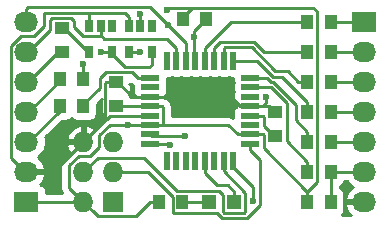
<source format=gbr>
G04 #@! TF.FileFunction,Copper,L1,Top,Signal*
%FSLAX46Y46*%
G04 Gerber Fmt 4.6, Leading zero omitted, Abs format (unit mm)*
G04 Created by KiCad (PCBNEW 4.0.2-stable) date 28.06.2016 22:29:11*
%MOMM*%
G01*
G04 APERTURE LIST*
%ADD10C,0.100000*%
%ADD11R,0.650000X1.060000*%
%ADD12R,1.600000X0.550000*%
%ADD13R,0.550000X1.600000*%
%ADD14R,1.250000X1.000000*%
%ADD15R,1.198880X1.198880*%
%ADD16R,1.727200X1.727200*%
%ADD17O,1.727200X1.727200*%
%ADD18R,2.032000X1.727200*%
%ADD19O,2.032000X1.727200*%
%ADD20R,1.000000X1.250000*%
%ADD21C,0.600000*%
%ADD22C,0.250000*%
%ADD23C,0.254000*%
G04 APERTURE END LIST*
D10*
D11*
X155382000Y-103210000D03*
X154432000Y-103210000D03*
X153482000Y-103210000D03*
X153482000Y-105410000D03*
X155382000Y-105410000D03*
D12*
X155229897Y-107595103D03*
X155229897Y-108395103D03*
X155229897Y-109195103D03*
X155229897Y-109995103D03*
X155229897Y-110795103D03*
X155229897Y-111595103D03*
X155229897Y-112395103D03*
X155229897Y-113195103D03*
D13*
X156679897Y-114645103D03*
X157479897Y-114645103D03*
X158279897Y-114645103D03*
X159079897Y-114645103D03*
X159879897Y-114645103D03*
X160679897Y-114645103D03*
X161479897Y-114645103D03*
X162279897Y-114645103D03*
D12*
X163729897Y-113195103D03*
X163729897Y-112395103D03*
X163729897Y-111595103D03*
X163729897Y-110795103D03*
X163729897Y-109995103D03*
X163729897Y-109195103D03*
X163729897Y-108395103D03*
X163729897Y-107595103D03*
D13*
X162279897Y-106145103D03*
X161479897Y-106145103D03*
X160679897Y-106145103D03*
X159879897Y-106145103D03*
X159079897Y-106145103D03*
X158279897Y-106145103D03*
X157479897Y-106145103D03*
X156679897Y-106145103D03*
D14*
X152400000Y-109966000D03*
X152400000Y-107966000D03*
X165862000Y-110506000D03*
X165862000Y-112506000D03*
D15*
X160274000Y-118110000D03*
X162372040Y-118110000D03*
D16*
X152146000Y-118110000D03*
D17*
X149606000Y-118110000D03*
X152146000Y-115570000D03*
X149606000Y-115570000D03*
X152146000Y-113030000D03*
X149606000Y-113030000D03*
D18*
X173355000Y-102870000D03*
D19*
X173355000Y-105410000D03*
X173355000Y-107950000D03*
X173355000Y-110490000D03*
X173355000Y-113030000D03*
X173355000Y-115570000D03*
X173355000Y-118110000D03*
D18*
X144780000Y-118110000D03*
D19*
X144780000Y-115570000D03*
X144780000Y-113030000D03*
X144780000Y-110490000D03*
X144780000Y-107950000D03*
X144780000Y-105410000D03*
X144780000Y-102870000D03*
D20*
X147590000Y-109982000D03*
X149590000Y-109982000D03*
X155972000Y-118110000D03*
X157972000Y-118110000D03*
X170545000Y-102870000D03*
X168545000Y-102870000D03*
X170545000Y-105410000D03*
X168545000Y-105410000D03*
X170545000Y-107950000D03*
X168545000Y-107950000D03*
X170545000Y-110490000D03*
X168545000Y-110490000D03*
X170545000Y-113030000D03*
X168545000Y-113030000D03*
X170545000Y-115570000D03*
X168545000Y-115570000D03*
X158004000Y-102616000D03*
X160004000Y-102616000D03*
X168545000Y-118110000D03*
X170545000Y-118110000D03*
D11*
X152014000Y-103210000D03*
X151064000Y-103210000D03*
X150114000Y-103210000D03*
X150114000Y-105410000D03*
X152014000Y-105410000D03*
D14*
X147828000Y-103394000D03*
X147828000Y-105394000D03*
D20*
X149590000Y-107696000D03*
X147590000Y-107696000D03*
D21*
X151130000Y-105410000D03*
X156718000Y-101854000D03*
X153416000Y-111595103D03*
X165100000Y-109220000D03*
X158242000Y-112522000D03*
X156972000Y-113284000D03*
X163921483Y-118008365D03*
X159004000Y-104140000D03*
X154432000Y-105410000D03*
X156736002Y-103124000D03*
X154403501Y-102225020D03*
X149606000Y-106426000D03*
D22*
X144780000Y-113030000D02*
X144932400Y-113030000D01*
X144932400Y-113030000D02*
X147590000Y-110372400D01*
X147590000Y-110372400D02*
X147590000Y-109982000D01*
X155229897Y-107595103D02*
X154179897Y-107595103D01*
X154179897Y-107595103D02*
X153725793Y-107140999D01*
X153725793Y-107140999D02*
X151514999Y-107140999D01*
X151514999Y-107140999D02*
X150999988Y-107656010D01*
X150999988Y-107656010D02*
X150999988Y-108447012D01*
X150999988Y-108447012D02*
X149590000Y-109857000D01*
X149590000Y-109857000D02*
X149590000Y-109982000D01*
X152014000Y-105410000D02*
X152014000Y-105615000D01*
X152014000Y-105615000D02*
X153079000Y-106680000D01*
X155382000Y-106492000D02*
X155382000Y-105410000D01*
X153079000Y-106680000D02*
X155194000Y-106680000D01*
X155194000Y-106680000D02*
X155382000Y-106492000D01*
X155229897Y-109995103D02*
X153558103Y-109995103D01*
X153558103Y-109995103D02*
X153529000Y-109966000D01*
X153529000Y-109966000D02*
X152400000Y-109966000D01*
X151130000Y-105410000D02*
X152014000Y-105410000D01*
X149606000Y-118110000D02*
X148417399Y-116921399D01*
X150957399Y-112459471D02*
X151821767Y-111595103D01*
X148417399Y-116921399D02*
X148417399Y-114999471D01*
X151821767Y-111595103D02*
X152991736Y-111595103D01*
X148417399Y-114999471D02*
X149198269Y-114218601D01*
X149198269Y-114218601D02*
X150176529Y-114218601D01*
X150176529Y-114218601D02*
X150957399Y-113437731D01*
X152991736Y-111595103D02*
X153416000Y-111595103D01*
X150957399Y-113437731D02*
X150957399Y-112459471D01*
X158829001Y-101665999D02*
X156906001Y-101665999D01*
X156906001Y-101665999D02*
X156718000Y-101854000D01*
X155229897Y-111595103D02*
X153416000Y-111595103D01*
X168545000Y-118110000D02*
X168545000Y-117235000D01*
X168545000Y-117235000D02*
X169370001Y-116409999D01*
X169370001Y-116409999D02*
X169370001Y-101984999D01*
X169370001Y-101984999D02*
X169051001Y-101665999D01*
X169051001Y-101665999D02*
X158829001Y-101665999D01*
X158829001Y-101665999D02*
X158004000Y-102491000D01*
X158004000Y-102491000D02*
X158004000Y-102616000D01*
X159258000Y-111595103D02*
X156279897Y-111595103D01*
X161879897Y-111595103D02*
X159258000Y-111595103D01*
X163729897Y-112395103D02*
X162679897Y-112395103D01*
X162679897Y-112395103D02*
X161879897Y-111595103D01*
X156279897Y-111595103D02*
X155229897Y-111595103D01*
X168545000Y-117235000D02*
X164854898Y-113544898D01*
X164854898Y-113544898D02*
X164854898Y-112470104D01*
X164854898Y-112470104D02*
X164779897Y-112395103D01*
X164779897Y-112395103D02*
X163729897Y-112395103D01*
X144780000Y-118110000D02*
X149606000Y-118110000D01*
X155229897Y-109995103D02*
X156279897Y-109995103D01*
X156279897Y-109995103D02*
X156354898Y-110070104D01*
X156354898Y-110070104D02*
X156354898Y-111520102D01*
X156354898Y-111520102D02*
X156279897Y-111595103D01*
X155972000Y-118110000D02*
X155222000Y-118110000D01*
X155222000Y-118110000D02*
X154033399Y-119298601D01*
X150469599Y-118973599D02*
X149606000Y-118110000D01*
X154033399Y-119298601D02*
X150794601Y-119298601D01*
X150794601Y-119298601D02*
X150469599Y-118973599D01*
X155229897Y-109195103D02*
X153754103Y-109195103D01*
X153754103Y-109195103D02*
X152525000Y-107966000D01*
X152525000Y-107966000D02*
X152400000Y-107966000D01*
X149606000Y-113030000D02*
X151449999Y-111186001D01*
X151449999Y-111186001D02*
X151449999Y-108041001D01*
X151449999Y-108041001D02*
X151525000Y-107966000D01*
X151525000Y-107966000D02*
X152400000Y-107966000D01*
X153482000Y-102430000D02*
X153482000Y-103210000D01*
X146304000Y-102108000D02*
X150114000Y-102108000D01*
X150114000Y-102108000D02*
X153160000Y-102108000D01*
X150114000Y-103210000D02*
X150114000Y-102430000D01*
X150114000Y-102430000D02*
X150114000Y-102108000D01*
X153160000Y-102108000D02*
X153482000Y-102430000D01*
X146304000Y-103207998D02*
X146304000Y-102108000D01*
X144298042Y-104058610D02*
X145453388Y-104058610D01*
X145453388Y-104058610D02*
X146304000Y-103207998D01*
X143438990Y-104917662D02*
X144298042Y-104058610D01*
X143438990Y-114381390D02*
X143438990Y-104917662D01*
X144780000Y-115570000D02*
X144627600Y-115570000D01*
X144627600Y-115570000D02*
X143438990Y-114381390D01*
X149606000Y-113030000D02*
X147066000Y-115570000D01*
X147066000Y-115570000D02*
X144780000Y-115570000D01*
X165100000Y-109220000D02*
X165100000Y-109675000D01*
X165100000Y-109675000D02*
X164779897Y-109995103D01*
X164779897Y-109995103D02*
X163729897Y-109995103D01*
X158750000Y-109195103D02*
X159258000Y-109195103D01*
X155229897Y-109195103D02*
X158750000Y-109195103D01*
X159258000Y-109195103D02*
X162069895Y-109195103D01*
X165862000Y-110506000D02*
X165351103Y-109995103D01*
X165351103Y-109995103D02*
X163729897Y-109995103D01*
X162069895Y-109195103D02*
X162869895Y-109995103D01*
X162869895Y-109995103D02*
X163729897Y-109995103D01*
X154179897Y-110795103D02*
X155229897Y-110795103D01*
X149606000Y-113030000D02*
X151840897Y-110795103D01*
X151840897Y-110795103D02*
X155229897Y-110795103D01*
X158242000Y-112522000D02*
X155356794Y-112522000D01*
X155356794Y-112522000D02*
X155229897Y-112395103D01*
X165862000Y-112506000D02*
X165737000Y-112506000D01*
X165737000Y-112506000D02*
X164911999Y-111680999D01*
X164911999Y-111680999D02*
X164911999Y-110927205D01*
X164911999Y-110927205D02*
X164779897Y-110795103D01*
X164779897Y-110795103D02*
X163729897Y-110795103D01*
X155229897Y-113195103D02*
X156883103Y-113195103D01*
X156883103Y-113195103D02*
X156972000Y-113284000D01*
X160274000Y-118110000D02*
X157972000Y-118110000D01*
X161821468Y-116709988D02*
X162372040Y-117260560D01*
X160894782Y-116709988D02*
X161821468Y-116709988D01*
X159879897Y-114645103D02*
X159879897Y-115695103D01*
X162372040Y-117260560D02*
X162372040Y-118110000D01*
X159879897Y-115695103D02*
X160894782Y-116709988D01*
X149606000Y-115570000D02*
X150794601Y-114381399D01*
X163231481Y-119034441D02*
X163296481Y-118969441D01*
X154756191Y-114381399D02*
X157534791Y-117159999D01*
X161479897Y-115505105D02*
X161479897Y-114645103D01*
X163296481Y-117321689D02*
X161479897Y-115505105D01*
X161447599Y-117499717D02*
X161447599Y-118969441D01*
X150794601Y-114381399D02*
X154756191Y-114381399D01*
X157534791Y-117159999D02*
X161107881Y-117159999D01*
X161107881Y-117159999D02*
X161447599Y-117499717D01*
X161447599Y-118969441D02*
X161512599Y-119034441D01*
X161512599Y-119034441D02*
X163231481Y-119034441D01*
X163296481Y-118969441D02*
X163296481Y-117321689D01*
X163921483Y-117584101D02*
X163921483Y-118008365D01*
X162279897Y-115170103D02*
X163921483Y-116811689D01*
X162279897Y-114645103D02*
X162279897Y-115170103D01*
X163921483Y-116811689D02*
X163921483Y-117584101D01*
X164546503Y-114536709D02*
X163729897Y-113720103D01*
X163417881Y-119484452D02*
X164546503Y-118355830D01*
X164546503Y-118355830D02*
X164546503Y-114536709D01*
X163729897Y-113720103D02*
X163729897Y-113195103D01*
X157146999Y-117651409D02*
X157146999Y-118995001D01*
X157211999Y-119060001D02*
X160901748Y-119060001D01*
X157146999Y-118995001D02*
X157211999Y-119060001D01*
X160901748Y-119060001D02*
X161326199Y-119484452D01*
X155065590Y-115570000D02*
X157146999Y-117651409D01*
X152146000Y-115570000D02*
X155065590Y-115570000D01*
X161326199Y-119484452D02*
X163417881Y-119484452D01*
X166812001Y-112962001D02*
X166812001Y-109745999D01*
X168545000Y-115570000D02*
X168545000Y-114695000D01*
X168545000Y-114695000D02*
X166812001Y-112962001D01*
X165461105Y-108395103D02*
X164779897Y-108395103D01*
X166812001Y-109745999D02*
X165461105Y-108395103D01*
X164779897Y-108395103D02*
X163729897Y-108395103D01*
X168545000Y-113030000D02*
X168545000Y-112155000D01*
X165477503Y-107945092D02*
X165127514Y-107595103D01*
X165127514Y-107595103D02*
X164779897Y-107595103D01*
X165647505Y-107945092D02*
X165477503Y-107945092D01*
X167582011Y-109879598D02*
X165647505Y-107945092D01*
X168545000Y-112155000D02*
X167582011Y-111192011D01*
X167582011Y-111192011D02*
X167582011Y-109879598D01*
X164779897Y-107595103D02*
X163729897Y-107595103D01*
X165675081Y-107495081D02*
X164325103Y-106145103D01*
X162804897Y-106145103D02*
X162279897Y-106145103D01*
X168545000Y-109615000D02*
X166425081Y-107495081D01*
X164325103Y-106145103D02*
X162804897Y-106145103D01*
X166425081Y-107495081D02*
X165675081Y-107495081D01*
X168545000Y-110490000D02*
X168545000Y-109615000D01*
X165861480Y-107045070D02*
X163836512Y-105020102D01*
X166890070Y-107045070D02*
X165861480Y-107045070D01*
X167795000Y-107950000D02*
X166890070Y-107045070D01*
X168545000Y-107950000D02*
X167795000Y-107950000D01*
X161479897Y-105095103D02*
X161479897Y-106145103D01*
X161554898Y-105020102D02*
X161479897Y-105095103D01*
X163836512Y-105020102D02*
X161554898Y-105020102D01*
X164022912Y-104570091D02*
X161204909Y-104570091D01*
X164862821Y-105410000D02*
X164022912Y-104570091D01*
X168545000Y-105410000D02*
X164862821Y-105410000D01*
X161204909Y-104570091D02*
X160679897Y-105095103D01*
X160679897Y-105095103D02*
X160679897Y-106145103D01*
X168545000Y-102870000D02*
X162105000Y-102870000D01*
X162105000Y-102870000D02*
X159879897Y-105095103D01*
X159879897Y-105095103D02*
X159879897Y-106145103D01*
X159004000Y-104140000D02*
X159004000Y-103616000D01*
X159004000Y-103616000D02*
X160004000Y-102616000D01*
X159004000Y-104140000D02*
X159004000Y-106069206D01*
X159004000Y-106069206D02*
X159079897Y-106145103D01*
X154432000Y-105410000D02*
X153482000Y-105410000D01*
X156736002Y-103124000D02*
X155212002Y-101600000D01*
X158279897Y-104667895D02*
X156736002Y-103124000D01*
X155212002Y-101600000D02*
X144936400Y-101600000D01*
X144936400Y-101600000D02*
X144780000Y-101756400D01*
X158279897Y-106145103D02*
X158279897Y-104667895D01*
X144780000Y-101756400D02*
X144780000Y-102870000D01*
X146812000Y-102699998D02*
X146812000Y-103530400D01*
X146812000Y-103530400D02*
X144932400Y-105410000D01*
X144932400Y-105410000D02*
X144780000Y-105410000D01*
X151064000Y-103990000D02*
X150988999Y-104065001D01*
X146942999Y-102568999D02*
X146812000Y-102699998D01*
X150988999Y-104065001D02*
X149528999Y-104065001D01*
X149528999Y-104065001D02*
X148778001Y-103314003D01*
X148778001Y-103314003D02*
X148778001Y-102757000D01*
X148778001Y-102757000D02*
X148590000Y-102568999D01*
X148590000Y-102568999D02*
X146942999Y-102568999D01*
X151370400Y-104296400D02*
X151064000Y-103990000D01*
X156681194Y-104296400D02*
X151370400Y-104296400D01*
X157479897Y-105095103D02*
X156681194Y-104296400D01*
X157479897Y-106145103D02*
X157479897Y-105095103D01*
X151064000Y-103990000D02*
X151064000Y-103210000D01*
X173355000Y-102870000D02*
X170545000Y-102870000D01*
X173355000Y-105410000D02*
X170545000Y-105410000D01*
X173355000Y-107950000D02*
X170545000Y-107950000D01*
X173355000Y-110490000D02*
X170545000Y-110490000D01*
X173355000Y-113030000D02*
X170545000Y-113030000D01*
X170545000Y-115570000D02*
X170545000Y-118110000D01*
X173355000Y-115570000D02*
X170545000Y-115570000D01*
X147590000Y-107696000D02*
X147590000Y-107832400D01*
X147590000Y-107832400D02*
X144932400Y-110490000D01*
X144932400Y-110490000D02*
X144780000Y-110490000D01*
X147828000Y-105394000D02*
X147488400Y-105394000D01*
X147488400Y-105394000D02*
X144932400Y-107950000D01*
X144932400Y-107950000D02*
X144780000Y-107950000D01*
X145051000Y-107950000D02*
X144780000Y-107950000D01*
X147828000Y-103394000D02*
X147953000Y-103394000D01*
X147953000Y-103394000D02*
X149969000Y-105410000D01*
X149969000Y-105410000D02*
X150114000Y-105410000D01*
X154432000Y-102253519D02*
X154403501Y-102225020D01*
X154432000Y-103210000D02*
X154432000Y-102253519D01*
X149606000Y-106426000D02*
X149606000Y-107680000D01*
X149606000Y-107680000D02*
X149590000Y-107696000D01*
D23*
G36*
X172110585Y-116629670D02*
X172420069Y-116836461D01*
X172004268Y-117207964D01*
X171750291Y-117735209D01*
X171747642Y-117750974D01*
X171868783Y-117983000D01*
X173228000Y-117983000D01*
X173228000Y-117963000D01*
X173482000Y-117963000D01*
X173482000Y-117983000D01*
X173502000Y-117983000D01*
X173502000Y-118237000D01*
X173482000Y-118237000D01*
X173482000Y-118257000D01*
X173228000Y-118257000D01*
X173228000Y-118237000D01*
X171868783Y-118237000D01*
X171747642Y-118469026D01*
X171750291Y-118484791D01*
X172004268Y-119012036D01*
X172218003Y-119203000D01*
X171490365Y-119203000D01*
X171496441Y-119199090D01*
X171641431Y-118986890D01*
X171692440Y-118735000D01*
X171692440Y-117485000D01*
X171648162Y-117249683D01*
X171509090Y-117033559D01*
X171305000Y-116894110D01*
X171305000Y-116782279D01*
X171496441Y-116659090D01*
X171641431Y-116446890D01*
X171665102Y-116330000D01*
X171910352Y-116330000D01*
X172110585Y-116629670D01*
X172110585Y-116629670D01*
G37*
X172110585Y-116629670D02*
X172420069Y-116836461D01*
X172004268Y-117207964D01*
X171750291Y-117735209D01*
X171747642Y-117750974D01*
X171868783Y-117983000D01*
X173228000Y-117983000D01*
X173228000Y-117963000D01*
X173482000Y-117963000D01*
X173482000Y-117983000D01*
X173502000Y-117983000D01*
X173502000Y-118237000D01*
X173482000Y-118237000D01*
X173482000Y-118257000D01*
X173228000Y-118257000D01*
X173228000Y-118237000D01*
X171868783Y-118237000D01*
X171747642Y-118469026D01*
X171750291Y-118484791D01*
X172004268Y-119012036D01*
X172218003Y-119203000D01*
X171490365Y-119203000D01*
X171496441Y-119199090D01*
X171641431Y-118986890D01*
X171692440Y-118735000D01*
X171692440Y-117485000D01*
X171648162Y-117249683D01*
X171509090Y-117033559D01*
X171305000Y-116894110D01*
X171305000Y-116782279D01*
X171496441Y-116659090D01*
X171641431Y-116446890D01*
X171665102Y-116330000D01*
X171910352Y-116330000D01*
X172110585Y-116629670D01*
G36*
X151127560Y-109466000D02*
X151127560Y-110466000D01*
X151171838Y-110701317D01*
X151310910Y-110917441D01*
X151401572Y-110979388D01*
X151284366Y-111057702D01*
X150506133Y-111835935D01*
X150494490Y-111823179D01*
X149965027Y-111575032D01*
X149733000Y-111695531D01*
X149733000Y-112903000D01*
X149753000Y-112903000D01*
X149753000Y-113157000D01*
X149733000Y-113157000D01*
X149733000Y-113177000D01*
X149479000Y-113177000D01*
X149479000Y-113157000D01*
X148272183Y-113157000D01*
X148151042Y-113389026D01*
X148323312Y-113804947D01*
X148425341Y-113916727D01*
X147879998Y-114462070D01*
X147715251Y-114708632D01*
X147657399Y-114999471D01*
X147657399Y-116921399D01*
X147715251Y-117212238D01*
X147807300Y-117350000D01*
X146443440Y-117350000D01*
X146443440Y-117246400D01*
X146399162Y-117011083D01*
X146260090Y-116794959D01*
X146047890Y-116649969D01*
X145953073Y-116630768D01*
X146130732Y-116472036D01*
X146384709Y-115944791D01*
X146387358Y-115929026D01*
X146266217Y-115697000D01*
X144907000Y-115697000D01*
X144907000Y-115717000D01*
X144653000Y-115717000D01*
X144653000Y-115697000D01*
X144633000Y-115697000D01*
X144633000Y-115443000D01*
X144653000Y-115443000D01*
X144653000Y-115423000D01*
X144907000Y-115423000D01*
X144907000Y-115443000D01*
X146266217Y-115443000D01*
X146387358Y-115210974D01*
X146384709Y-115195209D01*
X146130732Y-114667964D01*
X145714931Y-114296461D01*
X146024415Y-114089670D01*
X146349271Y-113603489D01*
X146463345Y-113030000D01*
X146391931Y-112670974D01*
X148151042Y-112670974D01*
X148272183Y-112903000D01*
X149479000Y-112903000D01*
X149479000Y-111695531D01*
X149246973Y-111575032D01*
X148717510Y-111823179D01*
X148323312Y-112255053D01*
X148151042Y-112670974D01*
X146391931Y-112670974D01*
X146387666Y-112649536D01*
X147782762Y-111254440D01*
X148090000Y-111254440D01*
X148325317Y-111210162D01*
X148541441Y-111071090D01*
X148589134Y-111001289D01*
X148625910Y-111058441D01*
X148838110Y-111203431D01*
X149090000Y-111254440D01*
X150090000Y-111254440D01*
X150325317Y-111210162D01*
X150541441Y-111071090D01*
X150686431Y-110858890D01*
X150737440Y-110607000D01*
X150737440Y-109784362D01*
X151145781Y-109376021D01*
X151127560Y-109466000D01*
X151127560Y-109466000D01*
G37*
X151127560Y-109466000D02*
X151127560Y-110466000D01*
X151171838Y-110701317D01*
X151310910Y-110917441D01*
X151401572Y-110979388D01*
X151284366Y-111057702D01*
X150506133Y-111835935D01*
X150494490Y-111823179D01*
X149965027Y-111575032D01*
X149733000Y-111695531D01*
X149733000Y-112903000D01*
X149753000Y-112903000D01*
X149753000Y-113157000D01*
X149733000Y-113157000D01*
X149733000Y-113177000D01*
X149479000Y-113177000D01*
X149479000Y-113157000D01*
X148272183Y-113157000D01*
X148151042Y-113389026D01*
X148323312Y-113804947D01*
X148425341Y-113916727D01*
X147879998Y-114462070D01*
X147715251Y-114708632D01*
X147657399Y-114999471D01*
X147657399Y-116921399D01*
X147715251Y-117212238D01*
X147807300Y-117350000D01*
X146443440Y-117350000D01*
X146443440Y-117246400D01*
X146399162Y-117011083D01*
X146260090Y-116794959D01*
X146047890Y-116649969D01*
X145953073Y-116630768D01*
X146130732Y-116472036D01*
X146384709Y-115944791D01*
X146387358Y-115929026D01*
X146266217Y-115697000D01*
X144907000Y-115697000D01*
X144907000Y-115717000D01*
X144653000Y-115717000D01*
X144653000Y-115697000D01*
X144633000Y-115697000D01*
X144633000Y-115443000D01*
X144653000Y-115443000D01*
X144653000Y-115423000D01*
X144907000Y-115423000D01*
X144907000Y-115443000D01*
X146266217Y-115443000D01*
X146387358Y-115210974D01*
X146384709Y-115195209D01*
X146130732Y-114667964D01*
X145714931Y-114296461D01*
X146024415Y-114089670D01*
X146349271Y-113603489D01*
X146463345Y-113030000D01*
X146391931Y-112670974D01*
X148151042Y-112670974D01*
X148272183Y-112903000D01*
X149479000Y-112903000D01*
X149479000Y-111695531D01*
X149246973Y-111575032D01*
X148717510Y-111823179D01*
X148323312Y-112255053D01*
X148151042Y-112670974D01*
X146391931Y-112670974D01*
X146387666Y-112649536D01*
X147782762Y-111254440D01*
X148090000Y-111254440D01*
X148325317Y-111210162D01*
X148541441Y-111071090D01*
X148589134Y-111001289D01*
X148625910Y-111058441D01*
X148838110Y-111203431D01*
X149090000Y-111254440D01*
X150090000Y-111254440D01*
X150325317Y-111210162D01*
X150541441Y-111071090D01*
X150686431Y-110858890D01*
X150737440Y-110607000D01*
X150737440Y-109784362D01*
X151145781Y-109376021D01*
X151127560Y-109466000D01*
G36*
X162004897Y-107592543D02*
X162282457Y-107592543D01*
X162282457Y-107870103D01*
X162306841Y-107999692D01*
X162282457Y-108120103D01*
X162282457Y-108670103D01*
X162306841Y-108799692D01*
X162282457Y-108920103D01*
X162282457Y-109470103D01*
X162302347Y-109575808D01*
X162294897Y-109593793D01*
X162294897Y-109709353D01*
X162391298Y-109805754D01*
X162465807Y-109921544D01*
X162573294Y-109994987D01*
X162478456Y-110056013D01*
X162389402Y-110186348D01*
X162294897Y-110280853D01*
X162294897Y-110396413D01*
X162303365Y-110416856D01*
X162282457Y-110520103D01*
X162282457Y-110967604D01*
X162170736Y-110892955D01*
X161879897Y-110835103D01*
X157114898Y-110835103D01*
X157114898Y-110070104D01*
X157057046Y-109779265D01*
X157057046Y-109779264D01*
X156892299Y-109532703D01*
X156817298Y-109457702D01*
X156570736Y-109292955D01*
X156500648Y-109279014D01*
X156493987Y-109268662D01*
X156386500Y-109195219D01*
X156481338Y-109134193D01*
X156570392Y-109003858D01*
X156664897Y-108909353D01*
X156664897Y-108793793D01*
X156656429Y-108773350D01*
X156677337Y-108670103D01*
X156677337Y-108120103D01*
X156652953Y-107990514D01*
X156677337Y-107870103D01*
X156677337Y-107592543D01*
X156954897Y-107592543D01*
X157084486Y-107568159D01*
X157204897Y-107592543D01*
X157754897Y-107592543D01*
X157884486Y-107568159D01*
X158004897Y-107592543D01*
X158554897Y-107592543D01*
X158684486Y-107568159D01*
X158804897Y-107592543D01*
X159354897Y-107592543D01*
X159484486Y-107568159D01*
X159604897Y-107592543D01*
X160154897Y-107592543D01*
X160284486Y-107568159D01*
X160404897Y-107592543D01*
X160954897Y-107592543D01*
X161084486Y-107568159D01*
X161204897Y-107592543D01*
X161754897Y-107592543D01*
X161884486Y-107568159D01*
X162004897Y-107592543D01*
X162004897Y-107592543D01*
G37*
X162004897Y-107592543D02*
X162282457Y-107592543D01*
X162282457Y-107870103D01*
X162306841Y-107999692D01*
X162282457Y-108120103D01*
X162282457Y-108670103D01*
X162306841Y-108799692D01*
X162282457Y-108920103D01*
X162282457Y-109470103D01*
X162302347Y-109575808D01*
X162294897Y-109593793D01*
X162294897Y-109709353D01*
X162391298Y-109805754D01*
X162465807Y-109921544D01*
X162573294Y-109994987D01*
X162478456Y-110056013D01*
X162389402Y-110186348D01*
X162294897Y-110280853D01*
X162294897Y-110396413D01*
X162303365Y-110416856D01*
X162282457Y-110520103D01*
X162282457Y-110967604D01*
X162170736Y-110892955D01*
X161879897Y-110835103D01*
X157114898Y-110835103D01*
X157114898Y-110070104D01*
X157057046Y-109779265D01*
X157057046Y-109779264D01*
X156892299Y-109532703D01*
X156817298Y-109457702D01*
X156570736Y-109292955D01*
X156500648Y-109279014D01*
X156493987Y-109268662D01*
X156386500Y-109195219D01*
X156481338Y-109134193D01*
X156570392Y-109003858D01*
X156664897Y-108909353D01*
X156664897Y-108793793D01*
X156656429Y-108773350D01*
X156677337Y-108670103D01*
X156677337Y-108120103D01*
X156652953Y-107990514D01*
X156677337Y-107870103D01*
X156677337Y-107592543D01*
X156954897Y-107592543D01*
X157084486Y-107568159D01*
X157204897Y-107592543D01*
X157754897Y-107592543D01*
X157884486Y-107568159D01*
X158004897Y-107592543D01*
X158554897Y-107592543D01*
X158684486Y-107568159D01*
X158804897Y-107592543D01*
X159354897Y-107592543D01*
X159484486Y-107568159D01*
X159604897Y-107592543D01*
X160154897Y-107592543D01*
X160284486Y-107568159D01*
X160404897Y-107592543D01*
X160954897Y-107592543D01*
X161084486Y-107568159D01*
X161204897Y-107592543D01*
X161754897Y-107592543D01*
X161884486Y-107568159D01*
X162004897Y-107592543D01*
G36*
X165989000Y-110379000D02*
X166009000Y-110379000D01*
X166009000Y-110633000D01*
X165989000Y-110633000D01*
X165989000Y-110653000D01*
X165735000Y-110653000D01*
X165735000Y-110633000D01*
X165715000Y-110633000D01*
X165715000Y-110379000D01*
X165735000Y-110379000D01*
X165735000Y-110359000D01*
X165989000Y-110359000D01*
X165989000Y-110379000D01*
X165989000Y-110379000D01*
G37*
X165989000Y-110379000D02*
X166009000Y-110379000D01*
X166009000Y-110633000D01*
X165989000Y-110633000D01*
X165989000Y-110653000D01*
X165735000Y-110653000D01*
X165735000Y-110633000D01*
X165715000Y-110633000D01*
X165715000Y-110379000D01*
X165735000Y-110379000D01*
X165735000Y-110359000D01*
X165989000Y-110359000D01*
X165989000Y-110379000D01*
G36*
X153642496Y-108132504D02*
X153782457Y-108226023D01*
X153782457Y-108670103D01*
X153802347Y-108775808D01*
X153794897Y-108793793D01*
X153794897Y-108909353D01*
X153891298Y-109005754D01*
X153965807Y-109121544D01*
X154073294Y-109194987D01*
X154010951Y-109235103D01*
X153675309Y-109235103D01*
X153624503Y-109224997D01*
X153489090Y-109014559D01*
X153420994Y-108968031D01*
X153563327Y-108825698D01*
X153660000Y-108592309D01*
X153660000Y-108251750D01*
X153501252Y-108093002D01*
X153602994Y-108093002D01*
X153642496Y-108132504D01*
X153642496Y-108132504D01*
G37*
X153642496Y-108132504D02*
X153782457Y-108226023D01*
X153782457Y-108670103D01*
X153802347Y-108775808D01*
X153794897Y-108793793D01*
X153794897Y-108909353D01*
X153891298Y-109005754D01*
X153965807Y-109121544D01*
X154073294Y-109194987D01*
X154010951Y-109235103D01*
X153675309Y-109235103D01*
X153624503Y-109224997D01*
X153489090Y-109014559D01*
X153420994Y-108968031D01*
X153563327Y-108825698D01*
X153660000Y-108592309D01*
X153660000Y-108251750D01*
X153501252Y-108093002D01*
X153602994Y-108093002D01*
X153642496Y-108132504D01*
G36*
X152547000Y-108093000D02*
X152527000Y-108093000D01*
X152527000Y-108113000D01*
X152273000Y-108113000D01*
X152273000Y-108093000D01*
X152253000Y-108093000D01*
X152253000Y-107900999D01*
X152547000Y-107900999D01*
X152547000Y-108093000D01*
X152547000Y-108093000D01*
G37*
X152547000Y-108093000D02*
X152527000Y-108093000D01*
X152527000Y-108113000D01*
X152273000Y-108113000D01*
X152273000Y-108093000D01*
X152253000Y-108093000D01*
X152253000Y-107900999D01*
X152547000Y-107900999D01*
X152547000Y-108093000D01*
M02*

</source>
